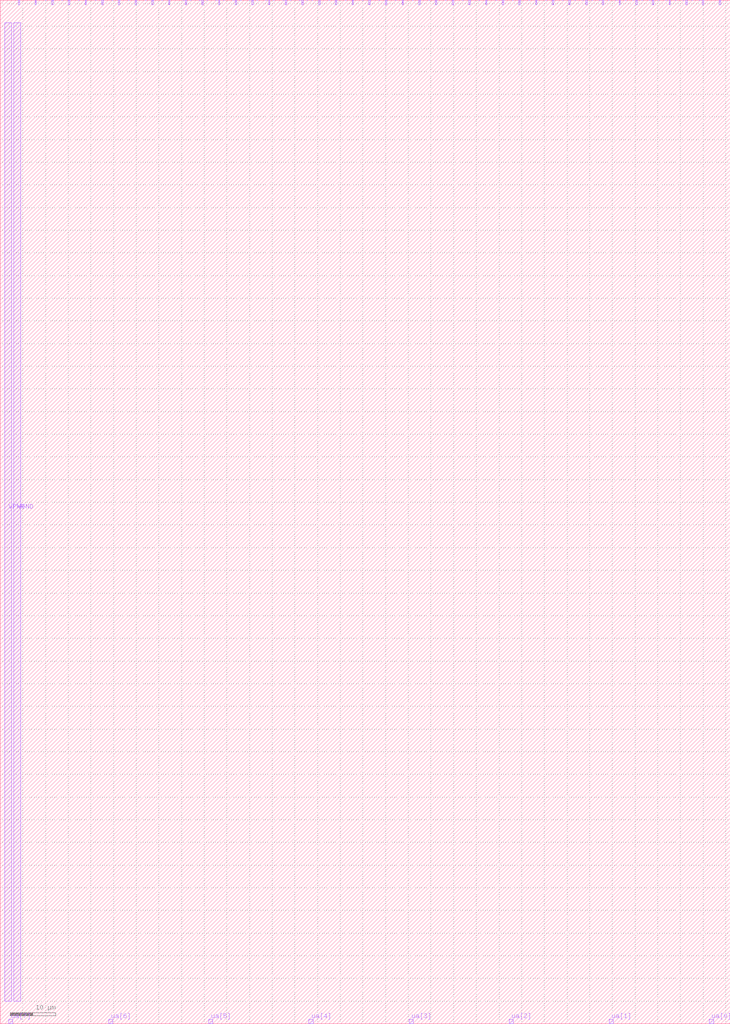
<source format=lef>
VERSION 5.7 ;
  NOWIREEXTENSIONATPIN ON ;
  DIVIDERCHAR "/" ;
  BUSBITCHARS "[]" ;
MACRO tt_um_tnt_diff_rx
  CLASS BLOCK ;
  FOREIGN tt_um_tnt_diff_rx ;
  ORIGIN 0.000 0.000 ;
  SIZE 161.000 BY 225.760 ;
  PIN clk
    DIRECTION INPUT ;
    USE SIGNAL ;
    PORT
      LAYER met4 ;
        RECT 154.870 224.760 155.170 225.760 ;
    END
  END clk
  PIN ena
    DIRECTION INPUT ;
    USE SIGNAL ;
    PORT
      LAYER met4 ;
        RECT 158.550 224.760 158.850 225.760 ;
    END
  END ena
  PIN rst_n
    DIRECTION INPUT ;
    USE SIGNAL ;
    PORT
      LAYER met4 ;
        RECT 151.190 224.760 151.490 225.760 ;
    END
  END rst_n
  PIN ua[0]
    DIRECTION INOUT ;
    USE SIGNAL ;
    PORT
      LAYER met4 ;
        RECT 156.410 0.000 157.310 1.000 ;
    END
  END ua[0]
  PIN ua[1]
    DIRECTION INOUT ;
    USE SIGNAL ;
    PORT
      LAYER met4 ;
        RECT 134.330 0.000 135.230 1.000 ;
    END
  END ua[1]
  PIN ua[2]
    DIRECTION INOUT ;
    USE SIGNAL ;
    PORT
      LAYER met4 ;
        RECT 112.250 0.000 113.150 1.000 ;
    END
  END ua[2]
  PIN ua[3]
    DIRECTION INOUT ;
    USE SIGNAL ;
    PORT
      LAYER met4 ;
        RECT 90.170 0.000 91.070 1.000 ;
    END
  END ua[3]
  PIN ua[4]
    DIRECTION INOUT ;
    USE SIGNAL ;
    PORT
      LAYER met4 ;
        RECT 68.090 0.000 68.990 1.000 ;
    END
  END ua[4]
  PIN ua[5]
    DIRECTION INOUT ;
    USE SIGNAL ;
    PORT
      LAYER met4 ;
        RECT 46.010 0.000 46.910 1.000 ;
    END
  END ua[5]
  PIN ua[6]
    DIRECTION INOUT ;
    USE SIGNAL ;
    PORT
      LAYER met4 ;
        RECT 23.930 0.000 24.830 1.000 ;
    END
  END ua[6]
  PIN ua[7]
    DIRECTION INOUT ;
    USE SIGNAL ;
    PORT
      LAYER met4 ;
        RECT 1.850 0.000 2.750 1.000 ;
    END
  END ua[7]
  PIN ui_in[0]
    DIRECTION INPUT ;
    USE SIGNAL ;
    PORT
      LAYER met4 ;
        RECT 147.510 224.760 147.810 225.760 ;
    END
  END ui_in[0]
  PIN ui_in[1]
    DIRECTION INPUT ;
    USE SIGNAL ;
    PORT
      LAYER met4 ;
        RECT 143.830 224.760 144.130 225.760 ;
    END
  END ui_in[1]
  PIN ui_in[2]
    DIRECTION INPUT ;
    USE SIGNAL ;
    PORT
      LAYER met4 ;
        RECT 140.150 224.760 140.450 225.760 ;
    END
  END ui_in[2]
  PIN ui_in[3]
    DIRECTION INPUT ;
    USE SIGNAL ;
    PORT
      LAYER met4 ;
        RECT 136.470 224.760 136.770 225.760 ;
    END
  END ui_in[3]
  PIN ui_in[4]
    DIRECTION INPUT ;
    USE SIGNAL ;
    PORT
      LAYER met4 ;
        RECT 132.790 224.760 133.090 225.760 ;
    END
  END ui_in[4]
  PIN ui_in[5]
    DIRECTION INPUT ;
    USE SIGNAL ;
    PORT
      LAYER met4 ;
        RECT 129.110 224.760 129.410 225.760 ;
    END
  END ui_in[5]
  PIN ui_in[6]
    DIRECTION INPUT ;
    USE SIGNAL ;
    PORT
      LAYER met4 ;
        RECT 125.430 224.760 125.730 225.760 ;
    END
  END ui_in[6]
  PIN ui_in[7]
    DIRECTION INPUT ;
    USE SIGNAL ;
    PORT
      LAYER met4 ;
        RECT 121.750 224.760 122.050 225.760 ;
    END
  END ui_in[7]
  PIN uio_in[0]
    DIRECTION INPUT ;
    USE SIGNAL ;
    PORT
      LAYER met4 ;
        RECT 118.070 224.760 118.370 225.760 ;
    END
  END uio_in[0]
  PIN uio_in[1]
    DIRECTION INPUT ;
    USE SIGNAL ;
    PORT
      LAYER met4 ;
        RECT 114.390 224.760 114.690 225.760 ;
    END
  END uio_in[1]
  PIN uio_in[2]
    DIRECTION INPUT ;
    USE SIGNAL ;
    PORT
      LAYER met4 ;
        RECT 110.710 224.760 111.010 225.760 ;
    END
  END uio_in[2]
  PIN uio_in[3]
    DIRECTION INPUT ;
    USE SIGNAL ;
    PORT
      LAYER met4 ;
        RECT 107.030 224.760 107.330 225.760 ;
    END
  END uio_in[3]
  PIN uio_in[4]
    DIRECTION INPUT ;
    USE SIGNAL ;
    PORT
      LAYER met4 ;
        RECT 103.350 224.760 103.650 225.760 ;
    END
  END uio_in[4]
  PIN uio_in[5]
    DIRECTION INPUT ;
    USE SIGNAL ;
    PORT
      LAYER met4 ;
        RECT 99.670 224.760 99.970 225.760 ;
    END
  END uio_in[5]
  PIN uio_in[6]
    DIRECTION INPUT ;
    USE SIGNAL ;
    PORT
      LAYER met4 ;
        RECT 95.990 224.760 96.290 225.760 ;
    END
  END uio_in[6]
  PIN uio_in[7]
    DIRECTION INPUT ;
    USE SIGNAL ;
    PORT
      LAYER met4 ;
        RECT 92.310 224.760 92.610 225.760 ;
    END
  END uio_in[7]
  PIN uio_oe[0]
    DIRECTION OUTPUT ;
    USE SIGNAL ;
    PORT
      LAYER met4 ;
        RECT 29.750 224.760 30.050 225.760 ;
    END
  END uio_oe[0]
  PIN uio_oe[1]
    DIRECTION OUTPUT ;
    USE SIGNAL ;
    PORT
      LAYER met4 ;
        RECT 26.070 224.760 26.370 225.760 ;
    END
  END uio_oe[1]
  PIN uio_oe[2]
    DIRECTION OUTPUT ;
    USE SIGNAL ;
    PORT
      LAYER met4 ;
        RECT 22.390 224.760 22.690 225.760 ;
    END
  END uio_oe[2]
  PIN uio_oe[3]
    DIRECTION OUTPUT ;
    USE SIGNAL ;
    PORT
      LAYER met4 ;
        RECT 18.710 224.760 19.010 225.760 ;
    END
  END uio_oe[3]
  PIN uio_oe[4]
    DIRECTION OUTPUT ;
    USE SIGNAL ;
    PORT
      LAYER met4 ;
        RECT 15.030 224.760 15.330 225.760 ;
    END
  END uio_oe[4]
  PIN uio_oe[5]
    DIRECTION OUTPUT ;
    USE SIGNAL ;
    PORT
      LAYER met4 ;
        RECT 11.350 224.760 11.650 225.760 ;
    END
  END uio_oe[5]
  PIN uio_oe[6]
    DIRECTION OUTPUT ;
    USE SIGNAL ;
    PORT
      LAYER met4 ;
        RECT 7.670 224.760 7.970 225.760 ;
    END
  END uio_oe[6]
  PIN uio_oe[7]
    DIRECTION OUTPUT ;
    USE SIGNAL ;
    PORT
      LAYER met4 ;
        RECT 3.990 224.760 4.290 225.760 ;
    END
  END uio_oe[7]
  PIN uio_out[0]
    DIRECTION OUTPUT ;
    USE SIGNAL ;
    PORT
      LAYER met4 ;
        RECT 59.190 224.760 59.490 225.760 ;
    END
  END uio_out[0]
  PIN uio_out[1]
    DIRECTION OUTPUT ;
    USE SIGNAL ;
    PORT
      LAYER met4 ;
        RECT 55.510 224.760 55.810 225.760 ;
    END
  END uio_out[1]
  PIN uio_out[2]
    DIRECTION OUTPUT ;
    USE SIGNAL ;
    PORT
      LAYER met4 ;
        RECT 51.830 224.760 52.130 225.760 ;
    END
  END uio_out[2]
  PIN uio_out[3]
    DIRECTION OUTPUT ;
    USE SIGNAL ;
    PORT
      LAYER met4 ;
        RECT 48.150 224.760 48.450 225.760 ;
    END
  END uio_out[3]
  PIN uio_out[4]
    DIRECTION OUTPUT ;
    USE SIGNAL ;
    PORT
      LAYER met4 ;
        RECT 44.470 224.760 44.770 225.760 ;
    END
  END uio_out[4]
  PIN uio_out[5]
    DIRECTION OUTPUT ;
    USE SIGNAL ;
    PORT
      LAYER met4 ;
        RECT 40.790 224.760 41.090 225.760 ;
    END
  END uio_out[5]
  PIN uio_out[6]
    DIRECTION OUTPUT ;
    USE SIGNAL ;
    PORT
      LAYER met4 ;
        RECT 37.110 224.760 37.410 225.760 ;
    END
  END uio_out[6]
  PIN uio_out[7]
    DIRECTION OUTPUT ;
    USE SIGNAL ;
    PORT
      LAYER met4 ;
        RECT 33.430 224.760 33.730 225.760 ;
    END
  END uio_out[7]
  PIN uo_out[0]
    DIRECTION OUTPUT ;
    USE SIGNAL ;
    PORT
      LAYER met4 ;
        RECT 88.630 224.760 88.930 225.760 ;
    END
  END uo_out[0]
  PIN uo_out[1]
    DIRECTION OUTPUT ;
    USE SIGNAL ;
    PORT
      LAYER met4 ;
        RECT 84.950 224.760 85.250 225.760 ;
    END
  END uo_out[1]
  PIN uo_out[2]
    DIRECTION OUTPUT ;
    USE SIGNAL ;
    PORT
      LAYER met4 ;
        RECT 81.270 224.760 81.570 225.760 ;
    END
  END uo_out[2]
  PIN uo_out[3]
    DIRECTION OUTPUT ;
    USE SIGNAL ;
    PORT
      LAYER met4 ;
        RECT 77.590 224.760 77.890 225.760 ;
    END
  END uo_out[3]
  PIN uo_out[4]
    DIRECTION OUTPUT ;
    USE SIGNAL ;
    PORT
      LAYER met4 ;
        RECT 73.910 224.760 74.210 225.760 ;
    END
  END uo_out[4]
  PIN uo_out[5]
    DIRECTION OUTPUT ;
    USE SIGNAL ;
    PORT
      LAYER met4 ;
        RECT 70.230 224.760 70.530 225.760 ;
    END
  END uo_out[5]
  PIN uo_out[6]
    DIRECTION OUTPUT ;
    USE SIGNAL ;
    PORT
      LAYER met4 ;
        RECT 66.550 224.760 66.850 225.760 ;
    END
  END uo_out[6]
  PIN uo_out[7]
    DIRECTION OUTPUT ;
    USE SIGNAL ;
    PORT
      LAYER met4 ;
        RECT 62.870 224.760 63.170 225.760 ;
    END
  END uo_out[7]
  PIN VPWR
    DIRECTION INOUT ;
    USE POWER ;
    PORT
      LAYER met4 ;
        RECT 1.000 5.000 2.500 220.760 ;
    END
  END VPWR
  PIN VGND
    DIRECTION INOUT ;
    USE GROUND ;
    PORT
      LAYER met4 ;
        RECT 3.000 5.000 4.500 220.760 ;
    END
  END VGND
END tt_um_tnt_diff_rx
END LIBRARY


</source>
